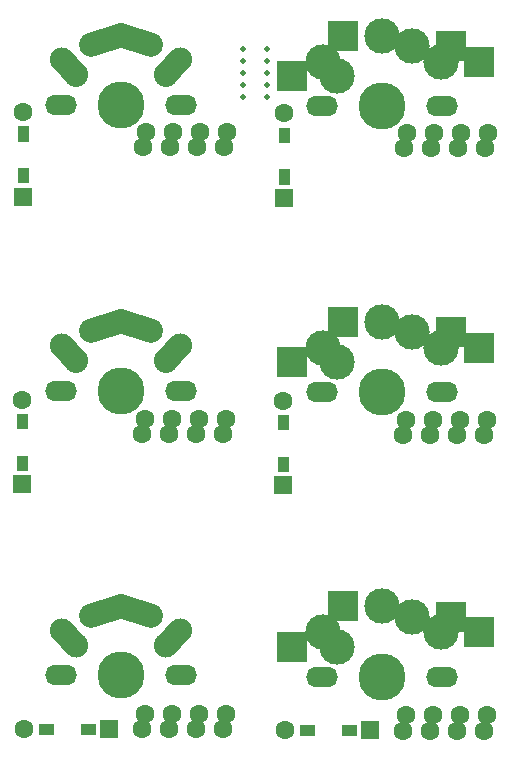
<source format=gbr>
%TF.GenerationSoftware,KiCad,Pcbnew,(6.0.4)*%
%TF.CreationDate,2022-12-14T16:12:08+01:00*%
%TF.ProjectId,column,636f6c75-6d6e-42e6-9b69-6361645f7063,rev?*%
%TF.SameCoordinates,Original*%
%TF.FileFunction,Soldermask,Bot*%
%TF.FilePolarity,Negative*%
%FSLAX46Y46*%
G04 Gerber Fmt 4.6, Leading zero omitted, Abs format (unit mm)*
G04 Created by KiCad (PCBNEW (6.0.4)) date 2022-12-14 16:12:08*
%MOMM*%
%LPD*%
G01*
G04 APERTURE LIST*
G04 Aperture macros list*
%AMHorizOval*
0 Thick line with rounded ends*
0 $1 width*
0 $2 $3 position (X,Y) of the first rounded end (center of the circle)*
0 $4 $5 position (X,Y) of the second rounded end (center of the circle)*
0 Add line between two ends*
20,1,$1,$2,$3,$4,$5,0*
0 Add two circle primitives to create the rounded ends*
1,1,$1,$2,$3*
1,1,$1,$4,$5*%
G04 Aperture macros list end*
%ADD10C,0.100000*%
%ADD11C,1.600000*%
%ADD12C,3.987800*%
%ADD13O,2.701800X1.701800*%
%ADD14C,2.032000*%
%ADD15HorizOval,2.032000X-0.608505X0.641231X0.608505X-0.641231X0*%
%ADD16HorizOval,2.032000X-0.608505X-0.641231X0.608505X0.641231X0*%
%ADD17HorizOval,2.032000X-1.269427X0.410014X1.269427X-0.410014X0*%
%ADD18HorizOval,2.032000X-1.269427X-0.410014X1.269427X0.410014X0*%
%ADD19C,3.000000*%
%ADD20R,2.600000X2.600000*%
%ADD21R,2.550000X2.500000*%
%ADD22C,0.500000*%
%ADD23R,1.600000X1.600000*%
G04 APERTURE END LIST*
%TO.C,D2*%
G36*
X206408046Y-107358411D02*
G01*
X205558046Y-107358411D01*
X205558046Y-106158411D01*
X206408046Y-106158411D01*
X206408046Y-107358411D01*
G37*
D10*
X206408046Y-107358411D02*
X205558046Y-107358411D01*
X205558046Y-106158411D01*
X206408046Y-106158411D01*
X206408046Y-107358411D01*
G36*
X206408046Y-103808411D02*
G01*
X205558046Y-103808411D01*
X205558046Y-102608411D01*
X206408046Y-102608411D01*
X206408046Y-103808411D01*
G37*
X206408046Y-103808411D02*
X205558046Y-103808411D01*
X205558046Y-102608411D01*
X206408046Y-102608411D01*
X206408046Y-103808411D01*
%TO.C,D3*%
G36*
X212179000Y-129711000D02*
G01*
X210979000Y-129711000D01*
X210979000Y-128861000D01*
X212179000Y-128861000D01*
X212179000Y-129711000D01*
G37*
X212179000Y-129711000D02*
X210979000Y-129711000D01*
X210979000Y-128861000D01*
X212179000Y-128861000D01*
X212179000Y-129711000D01*
G36*
X208629000Y-129711000D02*
G01*
X207429000Y-129711000D01*
X207429000Y-128861000D01*
X208629000Y-128861000D01*
X208629000Y-129711000D01*
G37*
X208629000Y-129711000D02*
X207429000Y-129711000D01*
X207429000Y-128861000D01*
X208629000Y-128861000D01*
X208629000Y-129711000D01*
G36*
X190084491Y-129611194D02*
G01*
X188884491Y-129611194D01*
X188884491Y-128761194D01*
X190084491Y-128761194D01*
X190084491Y-129611194D01*
G37*
X190084491Y-129611194D02*
X188884491Y-129611194D01*
X188884491Y-128761194D01*
X190084491Y-128761194D01*
X190084491Y-129611194D01*
G36*
X186534491Y-129611194D02*
G01*
X185334491Y-129611194D01*
X185334491Y-128761194D01*
X186534491Y-128761194D01*
X186534491Y-129611194D01*
G37*
X186534491Y-129611194D02*
X185334491Y-129611194D01*
X185334491Y-128761194D01*
X186534491Y-128761194D01*
X186534491Y-129611194D01*
%TO.C,D2*%
G36*
X184313537Y-103708605D02*
G01*
X183463537Y-103708605D01*
X183463537Y-102508605D01*
X184313537Y-102508605D01*
X184313537Y-103708605D01*
G37*
X184313537Y-103708605D02*
X183463537Y-103708605D01*
X183463537Y-102508605D01*
X184313537Y-102508605D01*
X184313537Y-103708605D01*
G36*
X184313537Y-107258605D02*
G01*
X183463537Y-107258605D01*
X183463537Y-106058605D01*
X184313537Y-106058605D01*
X184313537Y-107258605D01*
G37*
X184313537Y-107258605D02*
X183463537Y-107258605D01*
X183463537Y-106058605D01*
X184313537Y-106058605D01*
X184313537Y-107258605D01*
%TO.C,D1*%
G36*
X206503401Y-83005247D02*
G01*
X205653401Y-83005247D01*
X205653401Y-81805247D01*
X206503401Y-81805247D01*
X206503401Y-83005247D01*
G37*
X206503401Y-83005247D02*
X205653401Y-83005247D01*
X205653401Y-81805247D01*
X206503401Y-81805247D01*
X206503401Y-83005247D01*
G36*
X206503401Y-79455247D02*
G01*
X205653401Y-79455247D01*
X205653401Y-78255247D01*
X206503401Y-78255247D01*
X206503401Y-79455247D01*
G37*
X206503401Y-79455247D02*
X205653401Y-79455247D01*
X205653401Y-78255247D01*
X206503401Y-78255247D01*
X206503401Y-79455247D01*
G36*
X184408892Y-82905441D02*
G01*
X183558892Y-82905441D01*
X183558892Y-81705441D01*
X184408892Y-81705441D01*
X184408892Y-82905441D01*
G37*
X184408892Y-82905441D02*
X183558892Y-82905441D01*
X183558892Y-81705441D01*
X184408892Y-81705441D01*
X184408892Y-82905441D01*
G36*
X184408892Y-79355441D02*
G01*
X183558892Y-79355441D01*
X183558892Y-78155441D01*
X184408892Y-78155441D01*
X184408892Y-79355441D01*
G37*
X184408892Y-79355441D02*
X183558892Y-79355441D01*
X183558892Y-78155441D01*
X184408892Y-78155441D01*
X184408892Y-79355441D01*
%TD*%
D11*
%TO.C,J5*%
X216182672Y-104293976D03*
X216442672Y-103003976D03*
X218728672Y-103003976D03*
X218468672Y-104293976D03*
X220754672Y-104293976D03*
X221014672Y-103003976D03*
X223040672Y-104293976D03*
X223300672Y-103003976D03*
%TD*%
D12*
%TO.C,SW2*%
X192283903Y-100548886D03*
D13*
X187206315Y-100545578D03*
X197366315Y-100549539D03*
D14*
X188473903Y-98008886D03*
X196093903Y-98008886D03*
D15*
X187869004Y-97365454D03*
D16*
X196698802Y-97365454D03*
D14*
X192283903Y-94648886D03*
D17*
X193539251Y-95053955D03*
D18*
X191028555Y-95053955D03*
%TD*%
D13*
%TO.C,SW3*%
X219456000Y-124750000D03*
D19*
X209378412Y-120996693D03*
D12*
X214378412Y-124746692D03*
D19*
X219376000Y-121000000D03*
X214378412Y-118796692D03*
D13*
X209296000Y-124746039D03*
D19*
X216916000Y-119670000D03*
X210566000Y-122210000D03*
D20*
X222651000Y-121000000D03*
D21*
X220220412Y-119666692D03*
D20*
X211103411Y-118796692D03*
D21*
X206756000Y-122210000D03*
%TD*%
D11*
%TO.C,J2*%
X216541641Y-78728932D03*
X216281641Y-80018932D03*
X218567641Y-80018932D03*
X218827641Y-78728932D03*
X220853641Y-80018932D03*
X221113641Y-78728932D03*
X223399641Y-78728932D03*
X223139641Y-80018932D03*
%TD*%
D12*
%TO.C,SW3*%
X192283903Y-124646886D03*
D13*
X197366315Y-124647539D03*
X187206315Y-124643578D03*
D14*
X188473903Y-122106886D03*
D16*
X196698802Y-121463454D03*
D14*
X196093903Y-122106886D03*
D15*
X187869004Y-121463454D03*
D18*
X191028555Y-119151955D03*
D14*
X192283903Y-118746886D03*
D17*
X193539251Y-119151955D03*
%TD*%
D11*
%TO.C,J3*%
X194313491Y-127916194D03*
X194053491Y-129206194D03*
X196339491Y-129206194D03*
X196599491Y-127916194D03*
X198885491Y-127916194D03*
X198625491Y-129206194D03*
X201171491Y-127916194D03*
X200911491Y-129206194D03*
%TD*%
D19*
%TO.C,SW2*%
X214378412Y-94698692D03*
X210566000Y-98112000D03*
D12*
X214378412Y-100648692D03*
D19*
X219376000Y-96902000D03*
X209378412Y-96898693D03*
D13*
X219456000Y-100652000D03*
D19*
X216916000Y-95572000D03*
D13*
X209296000Y-100648039D03*
D21*
X220220412Y-95568692D03*
D20*
X222651000Y-96902000D03*
X211103411Y-94698692D03*
D21*
X206756000Y-98112000D03*
%TD*%
D11*
%TO.C,J3*%
X216148000Y-129306000D03*
X216408000Y-128016000D03*
X218694000Y-128016000D03*
X218434000Y-129306000D03*
X220720000Y-129306000D03*
X220980000Y-128016000D03*
X223266000Y-128016000D03*
X223006000Y-129306000D03*
%TD*%
%TO.C,J5*%
X194348163Y-102904170D03*
X194088163Y-104194170D03*
X196634163Y-102904170D03*
X196374163Y-104194170D03*
X198660163Y-104194170D03*
X198920163Y-102904170D03*
X201206163Y-102904170D03*
X200946163Y-104194170D03*
%TD*%
%TO.C,J2*%
X194447132Y-78629126D03*
X194187132Y-79919126D03*
X196473132Y-79919126D03*
X196733132Y-78629126D03*
X198759132Y-79919126D03*
X199019132Y-78629126D03*
X201045132Y-79919126D03*
X201305132Y-78629126D03*
%TD*%
D22*
%TO.C,mouse-bite-2mm-slot*%
X204702180Y-75639156D03*
X204702180Y-72591156D03*
X202670180Y-72591156D03*
X202670180Y-75639156D03*
X202670180Y-73607156D03*
X204702180Y-73607156D03*
X204702180Y-74623156D03*
X202670180Y-71575156D03*
X202670180Y-74623156D03*
X204702180Y-71575156D03*
%TD*%
D13*
%TO.C,SW1*%
X197366315Y-76351539D03*
D12*
X192283903Y-76350886D03*
D13*
X187206315Y-76347578D03*
D14*
X188473903Y-73810886D03*
X196093903Y-73810886D03*
D15*
X187869004Y-73167454D03*
D16*
X196698802Y-73167454D03*
D17*
X193539251Y-70855955D03*
D18*
X191028555Y-70855955D03*
D14*
X192283903Y-70450886D03*
%TD*%
D12*
%TO.C,SW1*%
X214378412Y-76450692D03*
D13*
X209296000Y-76450039D03*
X219456000Y-76454000D03*
D19*
X210566000Y-73914000D03*
X214378412Y-70500692D03*
X219376000Y-72704000D03*
X209378412Y-72700693D03*
X216916000Y-71374000D03*
D21*
X220220412Y-71370692D03*
D20*
X222651000Y-72704000D03*
X211103411Y-70500692D03*
D21*
X206756000Y-73914000D03*
%TD*%
D23*
%TO.C,D2*%
X205983046Y-108559411D03*
D11*
X205983046Y-101407411D03*
%TD*%
D23*
%TO.C,D3*%
X213380000Y-129286000D03*
D11*
X206228000Y-129286000D03*
%TD*%
D23*
%TO.C,D3*%
X191285491Y-129186194D03*
D11*
X184133491Y-129186194D03*
%TD*%
D23*
%TO.C,D2*%
X183888537Y-108459605D03*
D11*
X183888537Y-101307605D03*
%TD*%
D23*
%TO.C,D1*%
X206078401Y-84206247D03*
D11*
X206078401Y-77054247D03*
%TD*%
D23*
%TO.C,D1*%
X183983892Y-84106441D03*
D11*
X183983892Y-76954441D03*
%TD*%
M02*

</source>
